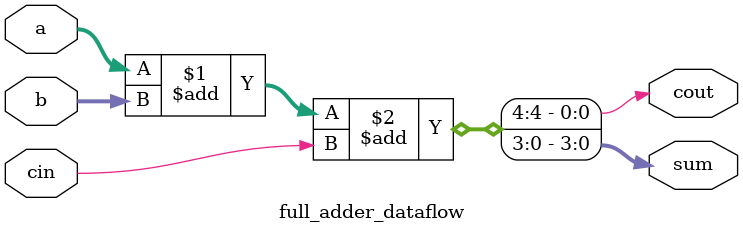
<source format=v>
module full_adder_dataflow(a, b, cin, sum, cout);
  input [3:0] a, b;
  input cin;
  output [3:0] sum;
  output cout;

//4-bit full adder using concatenation "{}" and arithematic "+" operator
  assign {cout, sum} = a + b + cin;
  
endmodule

</source>
